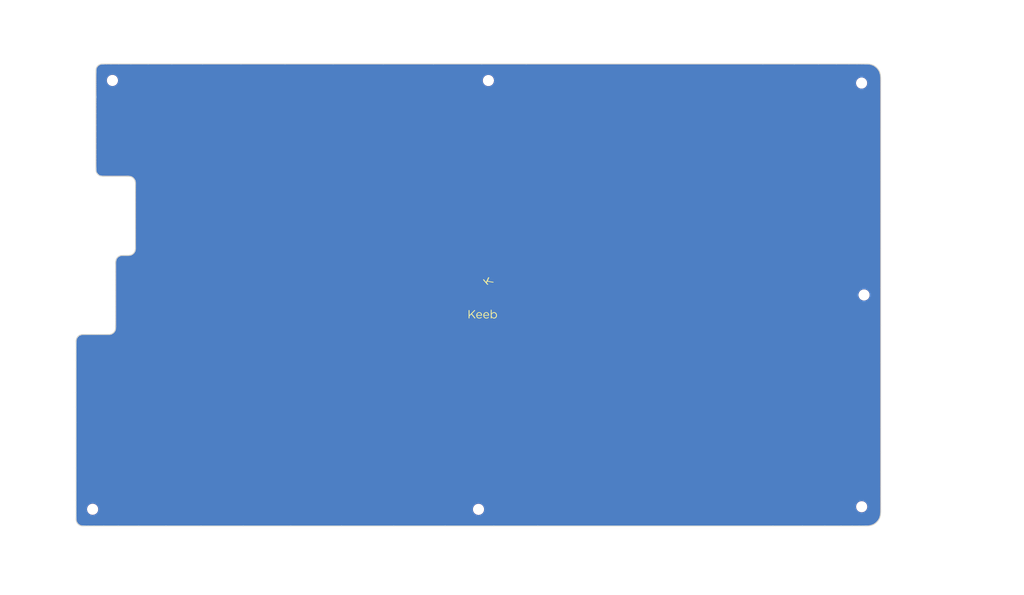
<source format=kicad_pcb>
(kicad_pcb (version 20221018) (generator pcbnew)
  (layers (0 "F.Cu" signal) (31 "B.Cu" signal) (34 "B.Paste" user) (35 "F.Paste" user) (36 "B.SilkS" user "B.Silkscreen") (37 "F.SilkS" user "F.Silkscreen") (38 "B.Mask" user) (39 "F.Mask" user) (44 "Edge.Cuts" user))
  (net 0 "")
  (footprint "Keebio-Art:Keebio-TwoTone" (layer "F.Cu") (at 123.143526 72.990229)
    (fp_text reference "G***" hide)
    (fp_text value "LOGO" hide)
  )
  (footprint "Mounting_Holes:MountingHole_2.2mm_M2" (layer "B.Cu") (at 123.143526 21.360229 180)
    (fp_text reference "REF**" hide)
    (fp_text value "MountingHole_2.2mm_M2" hide)
    (pad "" np_thru_hole circle (at 0 0 180) (size 2.2 2.2) (drill 2.2) (layers "*.Cu" "*.Mask"))
  )
  (footprint "Mounting_Holes:MountingHole_2.2mm_M2" (layer "B.Cu") (at 213.006026 21.970229 180)
    (fp_text reference "REF**" hide)
    (fp_text value "MountingHole_2.2mm_M2" hide)
    (pad "" np_thru_hole circle (at 0 0 180) (size 2.2 2.2) (drill 2.2) (layers "*.Cu" "*.Mask"))
  )
  (footprint "Mounting_Holes:MountingHole_2.2mm_M2" (layer "B.Cu") (at 32.621026 21.340229 180)
    (fp_text reference "REF**" hide)
    (fp_text value "MountingHole_2.2mm_M2" hide)
    (pad "" np_thru_hole circle (at 0 0 180) (size 2.2 2.2) (drill 2.2) (layers "*.Cu" "*.Mask"))
  )
  (footprint "Mounting_Holes:MountingHole_2.2mm_M2" (layer "B.Cu") (at 27.851026 124.590229 180)
    (fp_text reference "REF**" hide)
    (fp_text value "MountingHole_2.2mm_M2" hide)
    (pad "" np_thru_hole circle (at 0 0 180) (size 2.2 2.2) (drill 2.2) (layers "*.Cu" "*.Mask"))
  )
  (footprint "Mounting_Holes:MountingHole_2.2mm_M2" (layer "B.Cu") (at 120.763526 124.610229 180)
    (fp_text reference "REF**" hide)
    (fp_text value "MountingHole_2.2mm_M2" hide)
    (pad "" np_thru_hole circle (at 0 0 180) (size 2.2 2.2) (drill 2.2) (layers "*.Cu" "*.Mask"))
  )
  (footprint "Mounting_Holes:MountingHole_2.2mm_M2" (layer "B.Cu") (at 213.026026 123.980229 180)
    (fp_text reference "REF**" hide)
    (fp_text value "MountingHole_2.2mm_M2" hide)
    (pad "" np_thru_hole circle (at 0 0 180) (size 2.2 2.2) (drill 2.2) (layers "*.Cu" "*.Mask"))
  )
  (footprint "Mounting_Holes:MountingHole_2.2mm_M2" (layer "B.Cu") (at 213.596026 72.990229 180)
    (fp_text reference "REF**" hide)
    (fp_text value "MountingHole_2.2mm_M2" hide)
    (pad "" np_thru_hole circle (at 0 0 180) (size 2.2 2.2) (drill 2.2) (layers "*.Cu" "*.Mask"))
  )
  (gr_line (start 25.074022 128.551958) (end 24.952696 128.518413) (stroke (width 0.2)) (layer "Edge.Cuts"))
  (gr_line (start 25.679855 128.610214) (end 25.604666 128.609866) (stroke (width 0.2)) (layer "Edge.Cuts"))
  (gr_line (start 35.889105 63.460229) (end 35.951293 63.460229) (stroke (width 0.2)) (layer "Edge.Cuts"))
  (gr_line (start 36.350988 63.460229) (end 36.426402 63.459866) (stroke (width 0.2)) (layer "Edge.Cuts"))
  (gr_line (start 28.636246 42.780219) (end 28.633793 42.689841) (stroke (width 0.2)) (layer "Edge.Cuts"))
  (gr_line (start 212.400804 128.610215) (end 210.718628 128.610215) (stroke (width 0.2)) (layer "Edge.Cuts"))
  (gr_line (start 24.486304 82.852453) (end 24.596085 82.772928) (stroke (width 0.2)) (layer "Edge.Cuts"))
  (gr_line (start 217.590466 125.552372) (end 217.568602 125.771475) (stroke (width 0.2)) (layer "Edge.Cuts"))
  (gr_line (start 215.762628 17.665444) (end 215.998044 17.786507) (stroke (width 0.2)) (layer "Edge.Cuts"))
  (gr_line (start 28.633275 25.050441) (end 28.633275 24.855373) (stroke (width 0.2)) (layer "Edge.Cuts"))
  (gr_line (start 23.999791 83.489336) (end 24.054527 83.370057) (stroke (width 0.2)) (layer "Edge.Cuts"))
  (gr_line (start 29.90909 17.402728) (end 30.025987 17.383503) (stroke (width 0.2)) (layer "Edge.Cuts"))
  (gr_line (start 23.87127 120.387815) (end 23.87127 117.772986) (stroke (width 0.2)) (layer "Edge.Cuts"))
  (gr_line (start 37.541808 44.751134) (end 37.431938 44.671767) (stroke (width 0.2)) (layer "Edge.Cuts"))
  (gr_line (start 28.633275 25.187412) (end 28.633275 25.050441) (stroke (width 0.2)) (layer "Edge.Cuts"))
  (gr_line (start 28.633275 24.591935) (end 28.633275 24.249992) (stroke (width 0.2)) (layer "Edge.Cuts"))
  (gr_line (start 38.158512 48.63462) (end 38.158512 47.902153) (stroke (width 0.2)) (layer "Edge.Cuts"))
  (gr_line (start 38.158512 49.569382) (end 38.158512 48.63462) (stroke (width 0.2)) (layer "Edge.Cuts"))
  (gr_line (start 24.950796 82.602638) (end 25.072137 82.568935) (stroke (width 0.2)) (layer "Edge.Cuts"))
  (gr_line (start 31.173278 17.360222) (end 32.252843 17.360222) (stroke (width 0.2)) (layer "Edge.Cuts"))
  (gr_line (start 217.60826 80.408783) (end 217.60826 89.356732) (stroke (width 0.2)) (layer "Edge.Cuts"))
  (gr_line (start 23.87127 85.281055) (end 23.87127 84.802738) (stroke (width 0.2)) (layer "Edge.Cuts"))
  (gr_line (start 24.200408 127.978409) (end 24.122483 127.867759) (stroke (width 0.2)) (layer "Edge.Cuts"))
  (gr_line (start 23.87127 90.769019) (end 23.87127 88.7129) (stroke (width 0.2)) (layer "Edge.Cuts"))
  (gr_line (start 38.94939 128.610215) (end 34.037746 128.610215) (stroke (width 0.2)) (layer "Edge.Cuts"))
  (gr_line (start 35.38406 44.410229) (end 35.051386 44.410229) (stroke (width 0.2)) (layer "Edge.Cuts"))
  (gr_line (start 41.236614 17.360222) (end 46.924885 17.360222) (stroke (width 0.2)) (layer "Edge.Cuts"))
  (gr_line (start 30.461302 44.410229) (end 30.390484 44.410092) (stroke (width 0.2)) (layer "Edge.Cuts"))
  (gr_line (start 35.822573 63.460229) (end 35.889105 63.460229) (stroke (width 0.2)) (layer "Edge.Cuts"))
  (gr_line (start 33.396033 80.453833) (end 33.396033 80.347435) (stroke (width 0.2)) (layer "Edge.Cuts"))
  (gr_line (start 31.387433 82.510229) (end 31.452708 82.510229) (stroke (width 0.2)) (layer "Edge.Cuts"))
  (gr_line (start 38.158512 53.250665) (end 38.158512 51.9287) (stroke (width 0.2)) (layer "Edge.Cuts"))
  (gr_line (start 25.308224 128.592486) (end 25.193281 128.576138) (stroke (width 0.2)) (layer "Edge.Cuts"))
  (gr_line (start 35.069879 63.461712) (end 35.154462 63.460359) (stroke (width 0.2)) (layer "Edge.Cuts"))
  (gr_line (start 33.396033 70.579097) (end 33.396033 69.369674) (stroke (width 0.2)) (layer "Edge.Cuts"))
  (gr_line (start 33.396033 75.839483) (end 33.396033 74.564039) (stroke (width 0.2)) (layer "Edge.Cuts"))
  (gr_line (start 23.87127 84.802738) (end 23.87127 84.533967) (stroke (width 0.2)) (layer "Edge.Cuts"))
  (gr_line (start 33.396033 78.798691) (end 33.396033 78.001896) (stroke (width 0.2)) (layer "Edge.Cuts"))
  (gr_line (start 29.750802 44.329454) (end 29.629369 44.288406) (stroke (width 0.2)) (layer "Edge.Cuts"))
  (gr_line (start 37.647017 63.028915) (end 37.743139 62.931434) (stroke (width 0.2)) (layer "Edge.Cuts"))
  (gr_line (start 33.396033 80.347435) (end 33.396033 80.154486) (stroke (width 0.2)) (layer "Edge.Cuts"))
  (gr_line (start 24.288082 128.083001) (end 24.200408 127.978409) (stroke (width 0.2)) (layer "Edge.Cuts"))
  (gr_line (start 30.575684 44.410229) (end 30.519658 44.410229) (stroke (width 0.2)) (layer "Edge.Cuts"))
  (gr_line (start 36.290492 63.460229) (end 36.350988 63.460229) (stroke (width 0.2)) (layer "Edge.Cuts"))
  (gr_line (start 33.221753 44.410229) (end 32.733678 44.410229) (stroke (width 0.2)) (layer "Edge.Cuts"))
  (gr_line (start 217.60826 71.17637) (end 217.60826 80.408783) (stroke (width 0.2)) (layer "Edge.Cuts"))
  (gr_line (start 217.60826 23.733823) (end 217.60826 25.838207) (stroke (width 0.2)) (layer "Edge.Cuts"))
  (gr_line (start 35.324829 63.460229) (end 35.359979 63.460229) (stroke (width 0.2)) (layer "Edge.Cuts"))
  (gr_line (start 33.396033 80.154486) (end 33.396033 79.849222) (stroke (width 0.2)) (layer "Edge.Cuts"))
  (gr_line (start 28.19744 128.610215) (end 26.785282 128.610215) (stroke (width 0.2)) (layer "Edge.Cuts"))
  (gr_line (start 33.396033 80.541725) (end 33.396033 80.525437) (stroke (width 0.2)) (layer "Edge.Cuts"))
  (gr_line (start 28.633275 19.202745) (end 28.633324 19.135363) (stroke (width 0.2)) (layer "Edge.Cuts"))
  (gr_line (start 37.743139 62.931434) (end 37.83067 62.826739) (stroke (width 0.2)) (layer "Edge.Cuts"))
  (gr_line (start 33.396033 65.896197) (end 33.396033 65.649562) (stroke (width 0.2)) (layer "Edge.Cuts"))
  (gr_line (start 23.87127 117.772986) (end 23.87127 114.653819) (stroke (width 0.2)) (layer "Edge.Cuts"))
  (gr_line (start 33.396033 66.761192) (end 33.396033 66.257522) (stroke (width 0.2)) (layer "Edge.Cuts"))
  (gr_line (start 34.754534 63.488428) (end 34.867666 63.474214) (stroke (width 0.2)) (layer "Edge.Cuts"))
  (gr_line (start 35.565216 63.460229) (end 35.623019 63.460229) (stroke (width 0.2)) (layer "Edge.Cuts"))
  (gr_line (start 33.459347 64.642213) (end 33.494656 64.520758) (stroke (width 0.2)) (layer "Edge.Cuts"))
  (gr_line (start 217.60826 33.026879) (end 217.60826 38.472239) (stroke (width 0.2)) (layer "Edge.Cuts"))
  (gr_line (start 217.276864 19.150042) (end 217.378943 19.39024) (stroke (width 0.2)) (layer "Edge.Cuts"))
  (gr_line (start 38.158512 61.200913) (end 38.158512 60.919694) (stroke (width 0.2)) (layer "Edge.Cuts"))
  (gr_line (start 28.633275 40.925839) (end 28.633275 40.159556) (stroke (width 0.2)) (layer "Edge.Cuts"))
  (gr_line (start 28.633275 19.318573) (end 28.633275 19.259916) (stroke (width 0.2)) (layer "Edge.Cuts"))
  (gr_line (start 213.773831 128.610215) (end 213.337991 128.610215) (stroke (width 0.2)) (layer "Edge.Cuts"))
  (gr_line (start 27.372738 82.510229) (end 27.823337 82.510229) (stroke (width 0.2)) (layer "Edge.Cuts"))
  (gr_line (start 33.940742 63.861329) (end 34.046458 63.775247) (stroke (width 0.2)) (layer "Edge.Cuts"))
  (gr_line (start 24.952696 128.518413) (end 24.831551 128.47397) (stroke (width 0.2)) (layer "Edge.Cuts"))
  (gr_line (start 28.836167 43.586979) (end 28.777548 43.468715) (stroke (width 0.2)) (layer "Edge.Cuts"))
  (gr_line (start 37.077086 44.502032) (end 36.95576 44.468487) (stroke (width 0.2)) (layer "Edge.Cuts"))
  (gr_line (start 217.60826 119.066724) (end 217.60826 121.514122) (stroke (width 0.2)) (layer "Edge.Cuts"))
  (gr_line (start 29.871749 44.360059) (end 29.750802 44.329454) (stroke (width 0.2)) (layer "Edge.Cuts"))
  (gr_line (start 216.831386 18.478576) (end 217.000893 18.691798) (stroke (width 0.2)) (layer "Edge.Cuts"))
  (gr_line (start 24.121349 83.254456) (end 24.199112 83.14372) (stroke (width 0.2)) (layer "Edge.Cuts"))
  (gr_line (start 29.107792 17.827172) (end 29.208687 17.734798) (stroke (width 0.2)) (layer "Edge.Cuts"))
  (gr_line (start 28.633275 37.960963) (end 28.633275 36.58871) (stroke (width 0.2)) (layer "Edge.Cuts"))
  (gr_line (start 30.726148 44.410229) (end 30.640731 44.410229) (stroke (width 0.2)) (layer "Edge.Cuts"))
  (gr_line (start 28.633275 26.102548) (end 28.633275 25.758929) (stroke (width 0.2)) (layer "Edge.Cuts"))
  (gr_line (start 31.452708 82.510229) (end 31.508787 82.510229) (stroke (width 0.2)) (layer "Edge.Cuts"))
  (gr_line (start 112.720084 128.610215) (end 100.343212 128.610215) (stroke (width 0.2)) (layer "Edge.Cuts"))
  (gr_line (start 23.87127 126.589408) (end 23.87127 126.323324) (stroke (width 0.2)) (layer "Edge.Cuts"))
  (gr_line (start 30.534345 128.610215) (end 28.19744 128.610215) (stroke (width 0.2)) (layer "Edge.Cuts"))
  (gr_line (start 37.974301 45.268219) (end 37.907299 45.152685) (stroke (width 0.2)) (layer "Edge.Cuts"))
  (gr_line (start 36.721558 44.427958) (end 36.61318 44.41791) (stroke (width 0.2)) (layer "Edge.Cuts"))
  (gr_line (start 29.208687 17.734798) (end 29.316265 17.651547) (stroke (width 0.2)) (layer "Edge.Cuts"))
  (gr_line (start 27.823337 82.510229) (end 28.305413 82.510229) (stroke (width 0.2)) (layer "Edge.Cuts"))
  (gr_line (start 24.286643 83.039025) (end 24.382765 82.941544) (stroke (width 0.2)) (layer "Edge.Cuts"))
  (gr_line (start 28.633275 42.548017) (end 28.633275 42.476489) (stroke (width 0.2)) (layer "Edge.Cuts"))
  (gr_line (start 217.60826 121.514122) (end 217.60826 123.13841) (stroke (width 0.2)) (layer "Edge.Cuts"))
  (gr_line (start 28.644979 18.855713) (end 28.657789 18.743977) (stroke (width 0.2)) (layer "Edge.Cuts"))
  (gr_line (start 23.957152 83.610658) (end 23.999791 83.489336) (stroke (width 0.2)) (layer "Edge.Cuts"))
  (gr_line (start 36.288698 44.410229) (end 36.233165 44.410229) (stroke (width 0.2)) (layer "Edge.Cuts"))
  (gr_line (start 33.395496 80.791159) (end 33.396028 80.713523) (stroke (width 0.2)) (layer "Edge.Cuts"))
  (gr_line (start 36.957645 63.401524) (end 37.078986 63.36782) (stroke (width 0.2)) (layer "Edge.Cuts"))
  (gr_line (start 28.633275 39.16949) (end 28.633275 37.960963) (stroke (width 0.2)) (layer "Edge.Cuts"))
  (gr_line (start 29.429351 17.578596) (end 29.54677 17.517119) (stroke (width 0.2)) (layer "Edge.Cuts"))
  (gr_line (start 209.936823 17.360222) (end 211.908055 17.360222) (stroke (width 0.2)) (layer "Edge.Cuts"))
  (gr_line (start 23.87127 123.978884) (end 23.87127 122.435468) (stroke (width 0.2)) (layer "Edge.Cuts"))
  (gr_line (start 38.151827 45.970147) (end 38.142541 45.862872) (stroke (width 0.2)) (layer "Edge.Cuts"))
  (gr_line (start 25.416602 128.602535) (end 25.308224 128.592486) (stroke (width 0.2)) (layer "Edge.Cuts"))
  (gr_line (start 29.393491 44.170236) (end 29.282 44.09394) (stroke (width 0.2)) (layer "Edge.Cuts"))
  (gr_line (start 38.158512 46.945491) (end 38.158512 46.665986) (stroke (width 0.2)) (layer "Edge.Cuts"))
  (gr_line (start 26.18608 82.510229) (end 26.382463 82.510229) (stroke (width 0.2)) (layer "Edge.Cuts"))
  (gr_line (start 28.633275 25.328146) (end 28.633275 25.276556) (stroke (width 0.2)) (layer "Edge.Cuts"))
  (gr_line (start 28.633275 20.785891) (end 28.633275 20.38282) (stroke (width 0.2)) (layer "Edge.Cuts"))
  (gr_line (start 217.60826 89.356732) (end 217.60826 97.666711) (stroke (width 0.2)) (layer "Edge.Cuts"))
  (gr_line (start 36.174274 63.460229) (end 36.20533 63.460229) (stroke (width 0.2)) (layer "Edge.Cuts"))
  (gr_line (start 109.908927 17.360222) (end 121.53863 17.360222) (stroke (width 0.2)) (layer "Edge.Cuts"))
  (gr_line (start 35.416768 63.460229) (end 35.4448 63.460229) (stroke (width 0.2)) (layer "Edge.Cuts"))
  (gr_line (start 28.633275 21.763597) (end 28.633275 21.252998) (stroke (width 0.2)) (layer "Edge.Cuts"))
  (gr_line (start 33.04049 81.911815) (end 33.121587 81.802932) (stroke (width 0.2)) (layer "Edge.Cuts"))
  (gr_line (start 216.087829 128.130228) (end 215.855447 128.260606) (stroke (width 0.2)) (layer "Edge.Cuts"))
  (gr_line (start 217.60826 38.472239) (end 217.60826 45.30743) (stroke (width 0.2)) (layer "Edge.Cuts"))
  (gr_line (start 24.597844 128.348677) (end 24.487974 128.26931) (stroke (width 0.2)) (layer "Edge.Cuts"))
  (gr_line (start 30.414217 17.360254) (end 30.485105 17.360222) (stroke (width 0.2)) (layer "Edge.Cuts"))
  (gr_line (start 23.873174 84.169739) (end 23.87785 84.071756) (stroke (width 0.2)) (layer "Edge.Cuts"))
  (gr_line (start 204.144755 128.610215) (end 198.765779 128.610215) (stroke (width 0.2)) (layer "Edge.Cuts"))
  (gr_line (start 32.276607 82.430009) (end 32.39805 82.389136) (stroke (width 0.2)) (layer "Edge.Cuts"))
  (gr_line (start 32.733678 44.410229) (end 32.271171 44.410229) (stroke (width 0.2)) (layer "Edge.Cuts"))
  (gr_line (start 28.633275 19.259916) (end 28.633275 19.202745) (stroke (width 0.2)) (layer "Edge.Cuts"))
  (gr_line (start 37.908433 62.716003) (end 37.975255 62.600402) (stroke (width 0.2)) (layer "Edge.Cuts"))
  (gr_line (start 33.396033 80.602518) (end 33.396033 80.566788) (stroke (width 0.2)) (layer "Edge.Cuts"))
  (gr_line (start 214.194133 17.361691) (end 214.378531 17.367481) (stroke (width 0.2)) (layer "Edge.Cuts"))
  (gr_line (start 29.014754 17.927496) (end 29.107792 17.827172) (stroke (width 0.2)) (layer "Edge.Cuts"))
  (gr_line (start 35.643743 44.410229) (end 35.38406 44.410229) (stroke (width 0.2)) (layer "Edge.Cuts"))
  (gr_line (start 215.521375 17.569118) (end 215.762628 17.665444) (stroke (width 0.2)) (layer "Edge.Cuts"))
  (gr_line (start 28.696117 43.226355) (end 28.670575 43.106625) (stroke (width 0.2)) (layer "Edge.Cuts"))
  (gr_line (start 36.425116 44.410578) (end 36.349927 44.41023) (stroke (width 0.2)) (layer "Edge.Cuts"))
  (gr_line (start 217.000893 18.691798) (end 217.150169 18.916404) (stroke (width 0.2)) (layer "Edge.Cuts"))
  (gr_line (start 38.158512 60.51471) (end 38.158512 59.958307) (stroke (width 0.2)) (layer "Edge.Cuts"))
  (gr_line (start 24.831551 128.47397) (end 24.712762 128.417286) (stroke (width 0.2)) (layer "Edge.Cuts"))
  (gr_line (start 38.104186 45.629929) (end 38.07205 45.508757) (stroke (width 0.2)) (layer "Edge.Cuts"))
  (gr_line (start 35.4448 63.460229) (end 35.476851 63.460229) (stroke (width 0.2)) (layer "Edge.Cuts"))
  (gr_line (start 36.052303 63.460229) (end 36.08885 63.460229) (stroke (width 0.2)) (layer "Edge.Cuts"))
  (gr_line (start 217.60826 123.13841) (end 217.60826 124.120125) (stroke (width 0.2)) (layer "Edge.Cuts"))
  (gr_line (start 37.975255 62.600402) (end 38.029991 62.481122) (stroke (width 0.2)) (layer "Edge.Cuts"))
  (gr_line (start 23.87127 122.435468) (end 23.87127 120.387815) (stroke (width 0.2)) (layer "Edge.Cuts"))
  (gr_line (start 33.3584 81.208471) (end 33.375985 81.092626) (stroke (width 0.2)) (layer "Edge.Cuts"))
  (gr_line (start 31.301614 82.510229) (end 31.387433 82.510229) (stroke (width 0.2)) (layer "Edge.Cuts"))
  (gr_line (start 33.396033 68.305576) (end 33.396033 67.434863) (stroke (width 0.2)) (layer "Edge.Cuts"))
  (gr_line (start 24.00055 127.632993) (end 23.957732 127.511687) (stroke (width 0.2)) (layer "Edge.Cuts"))
  (gr_line (start 23.87127 87.162174) (end 23.87127 86.04288) (stroke (width 0.2)) (layer "Edge.Cuts"))
  (gr_line (start 24.199112 83.14372) (end 24.286643 83.039025) (stroke (width 0.2)) (layer "Edge.Cuts"))
  (gr_line (start 38.104611 62.23865) (end 38.127466 62.119917) (stroke (width 0.2)) (layer "Edge.Cuts"))
  (gr_line (start 33.494656 64.520758) (end 33.541127 64.399871) (stroke (width 0.2)) (layer "Edge.Cuts"))
  (gr_line (start 38.142729 62.005851) (end 38.151932 61.898703) (stroke (width 0.2)) (layer "Edge.Cuts"))
  (gr_line (start 28.634279 19.053654) (end 28.637653 18.959688) (stroke (width 0.2)) (layer "Edge.Cuts"))
  (gr_line (start 24.712762 128.417286) (end 24.597844 128.348677) (stroke (width 0.2)) (layer "Edge.Cuts"))
  (gr_line (start 28.633275 20.38282) (end 28.633275 20.059837) (stroke (width 0.2)) (layer "Edge.Cuts"))
  (gr_line (start 36.61318 44.41791) (end 36.513616 44.412627) (stroke (width 0.2)) (layer "Edge.Cuts"))
  (gr_line (start 30.525915 82.510229) (end 30.8074 82.510229) (stroke (width 0.2)) (layer "Edge.Cuts"))
  (gr_line (start 75.563233 128.610215) (end 64.119557 128.610215) (stroke (width 0.2)) (layer "Edge.Cuts"))
  (gr_line (start 206.919113 17.360222) (end 209.936823 17.360222) (stroke (width 0.2)) (layer "Edge.Cuts"))
  (gr_line (start 217.60826 25.838207) (end 217.60826 28.875714) (stroke (width 0.2)) (layer "Edge.Cuts"))
  (gr_line (start 35.280914 63.460229) (end 35.324829 63.460229) (stroke (width 0.2)) (layer "Edge.Cuts"))
  (gr_line (start 38.158512 57.167447) (end 38.158512 55.921567) (stroke (width 0.2)) (layer "Edge.Cuts"))
  (gr_line (start 33.751577 64.058644) (end 33.842056 63.956186) (stroke (width 0.2)) (layer "Edge.Cuts"))
  (gr_line (start 28.930748 18.034594) (end 29.014754 17.927496) (stroke (width 0.2)) (layer "Edge.Cuts"))
  (gr_line (start 36.08885 63.460229) (end 36.11923 63.460229) (stroke (width 0.2)) (layer "Edge.Cuts"))
  (gr_line (start 28.633275 23.350926) (end 28.633275 22.833104) (stroke (width 0.2)) (layer "Edge.Cuts"))
  (gr_line (start 34.037746 128.610215) (end 30.534345 128.610215) (stroke (width 0.2)) (layer "Edge.Cuts"))
  (gr_line (start 54.349001 17.360222) (end 63.571136 17.360222) (stroke (width 0.2)) (layer "Edge.Cuts"))
  (gr_line (start 33.396033 65.389743) (end 33.396033 65.321249) (stroke (width 0.2)) (layer "Edge.Cuts"))
  (gr_line (start 33.192129 81.688798) (end 33.25094 81.570588) (stroke (width 0.2)) (layer "Edge.Cuts"))
  (gr_line (start 32.271171 44.410229) (end 31.853149 44.410229) (stroke (width 0.2)) (layer "Edge.Cuts"))
  (gr_line (start 23.887241 127.157572) (end 23.877955 127.050298) (stroke (width 0.2)) (layer "Edge.Cuts"))
  (gr_line (start 28.633275 25.372033) (end 28.633275 25.360427) (stroke (width 0.2)) (layer "Edge.Cuts"))
  (gr_line (start 217.60826 22.382027) (end 217.60826 23.733823) (stroke (width 0.2)) (layer "Edge.Cuts"))
  (gr_line (start 28.63328 42.612424) (end 28.633275 42.548017) (stroke (width 0.2)) (layer "Edge.Cuts"))
  (gr_line (start 25.191445 82.54462) (end 25.306473 82.528161) (stroke (width 0.2)) (layer "Edge.Cuts"))
  (gr_line (start 33.433666 64.761988) (end 33.459347 64.642213) (stroke (width 0.2)) (layer "Edge.Cuts"))
  (gr_line (start 25.414971 82.518026) (end 25.514689 82.512681) (stroke (width 0.2)) (layer "Edge.Cuts"))
  (gr_line (start 23.87127 126.792252) (end 23.87127 126.721063) (stroke (width 0.2)) (layer "Edge.Cuts"))
  (gr_line (start 28.633793 42.689841) (end 28.63328 42.612424) (stroke (width 0.2)) (layer "Edge.Cuts"))
  (gr_line (start 30.640731 44.410229) (end 30.575684 44.410229) (stroke (width 0.2)) (layer "Edge.Cuts"))
  (gr_line (start 28.633275 25.360427) (end 28.633275 25.359746) (stroke (width 0.2)) (layer "Edge.Cuts"))
  (gr_line (start 33.396028 80.713523) (end 33.396033 80.650804) (stroke (width 0.2)) (layer "Edge.Cuts"))
  (gr_line (start 36.836501 44.444306) (end 36.721558 44.427958) (stroke (width 0.2)) (layer "Edge.Cuts"))
  (gr_line (start 37.829374 45.042035) (end 37.7417 44.937443) (stroke (width 0.2)) (layer "Edge.Cuts"))
  (gr_line (start 25.740201 82.510229) (end 25.795735 82.510229) (stroke (width 0.2)) (layer "Edge.Cuts"))
  (gr_line (start 23.87127 126.721063) (end 23.87127 126.589408) (stroke (width 0.2)) (layer "Edge.Cuts"))
  (gr_line (start 74.201608 17.360222) (end 85.777005 17.360222) (stroke (width 0.2)) (layer "Edge.Cuts"))
  (gr_line (start 217.60826 124.639802) (end 217.60826 124.877975) (stroke (width 0.2)) (layer "Edge.Cuts"))
  (gr_line (start 28.794534 18.264415) (end 28.85695 18.147292) (stroke (width 0.2)) (layer "Edge.Cuts"))
  (gr_line (start 87.797689 128.610215) (end 75.563233 128.610215) (stroke (width 0.2)) (layer "Edge.Cuts"))
  (gr_line (start 36.614812 63.452433) (end 36.723309 63.442297) (stroke (width 0.2)) (layer "Edge.Cuts"))
  (gr_line (start 35.051386 44.410229) (end 34.650212 44.410229) (stroke (width 0.2)) (layer "Edge.Cuts"))
  (gr_line (start 24.122483 127.867759) (end 24.055481 127.752225) (stroke (width 0.2)) (layer "Edge.Cuts"))
  (gr_line (start 28.633275 24.249992) (end 28.633275 23.83007) (stroke (width 0.2)) (layer "Edge.Cuts"))
  (gr_line (start 30.025987 17.383503) (end 30.137197 17.371176) (stroke (width 0.2)) (layer "Edge.Cuts"))
  (gr_line (start 24.829672 82.647264) (end 24.950796 82.602638) (stroke (width 0.2)) (layer "Edge.Cuts"))
  (gr_line (start 29.629369 44.288406) (end 29.509682 44.235425) (stroke (width 0.2)) (layer "Edge.Cuts"))
  (gr_line (start 23.925171 83.731809) (end 23.957152 83.610658) (stroke (width 0.2)) (layer "Edge.Cuts"))
  (gr_line (start 33.399066 65.088737) (end 33.405059 64.987498) (stroke (width 0.2)) (layer "Edge.Cuts"))
  (gr_line (start 28.633275 41.498633) (end 28.633275 40.925839) (stroke (width 0.2)) (layer "Edge.Cuts"))
  (gr_line (start 215.278352 17.495546) (end 215.521375 17.569118) (stroke (width 0.2)) (layer "Edge.Cuts"))
  (gr_line (start 217.60826 21.602283) (end 217.60826 22.382027) (stroke (width 0.2)) (layer "Edge.Cuts"))
  (gr_line (start 28.777548 43.468715) (end 28.731264 43.347802) (stroke (width 0.2)) (layer "Edge.Cuts"))
  (gr_line (start 33.387008 80.98296) (end 33.393 80.881722) (stroke (width 0.2)) (layer "Edge.Cuts"))
  (gr_line (start 213.068296 17.360222) (end 213.653035 17.360222) (stroke (width 0.2)) (layer "Edge.Cuts"))
  (gr_line (start 214.583651 17.380695) (end 214.804993 17.404401) (stroke (width 0.2)) (layer "Edge.Cuts"))
  (gr_line (start 38.158512 61.502678) (end 38.158512 61.386023) (stroke (width 0.2)) (layer "Edge.Cuts"))
  (gr_line (start 23.87127 100.003759) (end 23.87127 96.518606) (stroke (width 0.2)) (layer "Edge.Cuts"))
  (gr_line (start 196.80231 17.360222) (end 202.619438 17.360222) (stroke (width 0.2)) (layer "Edge.Cuts"))
  (gr_line (start 33.396033 79.405878) (end 33.396033 78.798691) (stroke (width 0.2)) (layer "Edge.Cuts"))
  (gr_line (start 38.158512 46.665986) (end 38.158512 46.482159) (stroke (width 0.2)) (layer "Edge.Cuts"))
  (gr_line (start 34.636382 63.509996) (end 34.754534 63.488428) (stroke (width 0.2)) (layer "Edge.Cuts"))
  (gr_line (start 217.60826 53.272186) (end 217.60826 62.013002) (stroke (width 0.2)) (layer "Edge.Cuts"))
  (gr_line (start 31.218113 44.410229) (end 31.003489 44.410229) (stroke (width 0.2)) (layer "Edge.Cuts"))
  (gr_line (start 202.619438 17.360222) (end 206.919113 17.360222) (stroke (width 0.2)) (layer "Edge.Cuts"))
  (gr_line (start 24.384329 128.18036) (end 24.288082 128.083001) (stroke (width 0.2)) (layer "Edge.Cuts"))
  (gr_line (start 23.87127 84.329215) (end 23.871491 84.256308) (stroke (width 0.2)) (layer "Edge.Cuts"))
  (gr_line (start 28.633275 27.286891) (end 28.633275 26.602139) (stroke (width 0.2)) (layer "Edge.Cuts"))
  (gr_line (start 25.768212 128.610215) (end 25.679855 128.610214) (stroke (width 0.2)) (layer "Edge.Cuts"))
  (gr_line (start 25.514689 82.512681) (end 25.60338 82.510593) (stroke (width 0.2)) (layer "Edge.Cuts"))
  (gr_line (start 28.657789 18.743977) (end 28.677618 18.626731) (stroke (width 0.2)) (layer "Edge.Cuts"))
  (gr_line (start 33.396033 69.369674) (end 33.396033 68.305576) (stroke (width 0.2)) (layer "Edge.Cuts"))
  (gr_line (start 33.396033 79.849222) (end 33.396033 79.405878) (stroke (width 0.2)) (layer "Edge.Cuts"))
  (gr_line (start 38.156562 46.06829) (end 38.151827 45.970147) (stroke (width 0.2)) (layer "Edge.Cuts"))
  (gr_line (start 30.240471 17.364214) (end 30.333561 17.361085) (stroke (width 0.2)) (layer "Edge.Cuts"))
  (gr_line (start 30.485105 17.360222) (end 30.661897 17.360222) (stroke (width 0.2)) (layer "Edge.Cuts"))
  (gr_line (start 31.003489 44.410229) (end 30.843284 44.410229) (stroke (width 0.2)) (layer "Edge.Cuts"))
  (gr_line (start 38.158512 47.348328) (end 38.158512 46.945491) (stroke (width 0.2)) (layer "Edge.Cuts"))
  (gr_line (start 33.416081 64.877832) (end 33.433666 64.761988) (stroke (width 0.2)) (layer "Edge.Cuts"))
  (gr_line (start 214.26341 128.607172) (end 214.093843 128.609941) (stroke (width 0.2)) (layer "Edge.Cuts"))
  (gr_line (start 217.202476 126.963714) (end 217.061741 127.192127) (stroke (width 0.2)) (layer "Edge.Cuts"))
  (gr_line (start 35.38956 63.460229) (end 35.416768 63.460229) (stroke (width 0.2)) (layer "Edge.Cuts"))
  (gr_line (start 29.316265 17.651547) (end 29.429351 17.578596) (stroke (width 0.2)) (layer "Edge.Cuts"))
  (gr_line (start 217.60826 62.013002) (end 217.60826 71.17637) (stroke (width 0.2)) (layer "Edge.Cuts"))
  (gr_line (start 33.396033 77.002611) (end 33.396033 75.839483) (stroke (width 0.2)) (layer "Edge.Cuts"))
  (gr_line (start 36.233165 44.410229) (end 36.17198 44.410229) (stroke (width 0.2)) (layer "Edge.Cuts"))
  (gr_line (start 35.359979 63.460229) (end 35.38956 63.460229) (stroke (width 0.2)) (layer "Edge.Cuts"))
  (gr_line (start 30.3057 44.408708) (end 30.209186 44.404546) (stroke (width 0.2)) (layer "Edge.Cuts"))
  (gr_line (start 28.633275 19.811313) (end 28.633275 19.625086) (stroke (width 0.2)) (layer "Edge.Cuts"))
  (gr_line (start 217.60826 28.875714) (end 217.60826 33.026879) (stroke (width 0.2)) (layer "Edge.Cuts"))
  (gr_line (start 35.476851 63.460229) (end 35.516118 63.460229) (stroke (width 0.2)) (layer "Edge.Cuts"))
  (gr_line (start 23.871503 126.865389) (end 23.87127 126.792252) (stroke (width 0.2)) (layer "Edge.Cuts"))
  (gr_line (start 28.633275 36.58871) (end 28.633275 35.111106) (stroke (width 0.2)) (layer "Edge.Cuts"))
  (gr_line (start 26.056122 128.610215) (end 25.768212 128.610215) (stroke (width 0.2)) (layer "Edge.Cuts"))
  (gr_line (start 23.87127 84.40078) (end 23.87127 84.329215) (stroke (width 0.2)) (layer "Edge.Cuts"))
  (gr_line (start 38.158512 61.386023) (end 38.158512 61.200913) (stroke (width 0.2)) (layer "Edge.Cuts"))
  (gr_line (start 33.396033 80.525437) (end 33.396033 80.516032) (stroke (width 0.2)) (layer "Edge.Cuts"))
  (gr_line (start 29.282 44.09394) (end 29.176384 44.007712) (stroke (width 0.2)) (layer "Edge.Cuts"))
  (gr_line (start 30.10319 44.396072) (end 29.989962 44.381754) (stroke (width 0.2)) (layer "Edge.Cuts"))
  (gr_line (start 216.719175 127.61521) (end 216.522042 127.80518) (stroke (width 0.2)) (layer "Edge.Cuts"))
  (gr_line (start 23.87127 96.518606) (end 23.87127 93.392682) (stroke (width 0.2)) (layer "Edge.Cuts"))
  (gr_line (start 216.224977 17.930701) (end 216.441078 18.095678) (stroke (width 0.2)) (layer "Edge.Cuts"))
  (gr_line (start 213.951963 128.610215) (end 213.773831 128.610215) (stroke (width 0.2)) (layer "Edge.Cuts"))
  (gr_line (start 36.17198 44.410229) (end 36.093796 44.410229) (stroke (width 0.2)) (layer "Edge.Cuts"))
  (gr_line (start 213.337991 128.610215) (end 212.400804 128.610215) (stroke (width 0.2)) (layer "Edge.Cuts"))
  (gr_line (start 217.607225 125.169438) (end 217.602318 125.350193) (stroke (width 0.2)) (layer "Edge.Cuts"))
  (gr_line (start 36.006526 63.460229) (end 36.052303 63.460229) (stroke (width 0.2)) (layer "Edge.Cuts"))
  (gr_line (start 37.645453 44.840084) (end 37.541808 44.751134) (stroke (width 0.2)) (layer "Edge.Cuts"))
  (gr_line (start 35.686919 63.460229) (end 35.754308 63.460229) (stroke (width 0.2)) (layer "Edge.Cuts"))
  (gr_line (start 38.151932 61.898703) (end 38.156608 61.800719) (stroke (width 0.2)) (layer "Edge.Cuts"))
  (gr_line (start 28.633275 25.42286) (end 28.633275 25.372033) (stroke (width 0.2)) (layer "Edge.Cuts"))
  (gr_line (start 25.306473 82.528161) (end 25.414971 82.518026) (stroke (width 0.2)) (layer "Edge.Cuts"))
  (gr_line (start 26.641061 82.510229) (end 26.972532 82.510229) (stroke (width 0.2)) (layer "Edge.Cuts"))
  (gr_line (start 34.274287 63.63411) (end 34.394017 63.581323) (stroke (width 0.2)) (layer "Edge.Cuts"))
  (gr_line (start 217.60826 97.666711) (end 217.60826 104.985212) (stroke (width 0.2)) (layer "Edge.Cuts"))
  (gr_line (start 34.158032 63.699116) (end 34.274287 63.63411) (stroke (width 0.2)) (layer "Edge.Cuts"))
  (gr_line (start 30.8074 82.510229) (end 31.022946 82.510229) (stroke (width 0.2)) (layer "Edge.Cuts"))
  (gr_line (start 28.653104 42.99086) (end 28.642172 42.881308) (stroke (width 0.2)) (layer "Edge.Cuts"))
  (gr_line (start 217.53366 126.003006) (end 217.482576 126.242467) (stroke (width 0.2)) (layer "Edge.Cuts"))
  (gr_line (start 23.871491 84.256308) (end 23.873174 84.169739) (stroke (width 0.2)) (layer "Edge.Cuts"))
  (gr_line (start 28.642172 42.881308) (end 28.636246 42.780219) (stroke (width 0.2)) (layer "Edge.Cuts"))
  (gr_line (start 35.225037 63.460229) (end 35.280914 63.460229) (stroke (width 0.2)) (layer "Edge.Cuts"))
  (gr_line (start 208.047825 128.610215) (end 204.144755 128.610215) (stroke (width 0.2)) (layer "Edge.Cuts"))
  (gr_line (start 31.508787 82.510229) (end 31.567019 82.510229) (stroke (width 0.2)) (layer "Edge.Cuts"))
  (gr_line (start 38.158512 46.482159) (end 38.158512 46.366354) (stroke (width 0.2)) (layer "Edge.Cuts"))
  (gr_line (start 100.343212 128.610215) (end 87.797689 128.610215) (stroke (width 0.2)) (layer "Edge.Cuts"))
  (gr_line (start 210.718628 128.610215) (end 208.047825 128.610215) (stroke (width 0.2)) (layer "Edge.Cuts"))
  (gr_line (start 121.53863 17.360222) (end 132.259612 17.360222) (stroke (width 0.2)) (layer "Edge.Cuts"))
  (gr_line (start 25.795735 82.510229) (end 25.856741 82.510229) (stroke (width 0.2)) (layer "Edge.Cuts"))
  (gr_line (start 28.670575 43.106625) (end 28.653104 42.99086) (stroke (width 0.2)) (layer "Edge.Cuts"))
  (gr_line (start 217.605939 20.733228) (end 217.608116 20.898723) (stroke (width 0.2)) (layer "Edge.Cuts"))
  (gr_line (start 37.050914 17.360222) (end 41.236614 17.360222) (stroke (width 0.2)) (layer "Edge.Cuts"))
  (gr_line (start 24.382765 82.941544) (end 24.486304 82.852453) (stroke (width 0.2)) (layer "Edge.Cuts"))
  (gr_line (start 38.158291 61.71415) (end 38.158512 61.641244) (stroke (width 0.2)) (layer "Edge.Cuts"))
  (gr_line (start 36.11923 63.460229) (end 36.146639 63.460229) (stroke (width 0.2)) (layer "Edge.Cuts"))
  (gr_line (start 23.87127 125.84885) (end 23.87127 125.092024) (stroke (width 0.2)) (layer "Edge.Cuts"))
  (gr_line (start 32.745608 82.195211) (end 32.851325 82.10913) (stroke (width 0.2)) (layer "Edge.Cuts"))
  (gr_line (start 24.596085 82.772928) (end 24.710934 82.704141) (stroke (width 0.2)) (layer "Edge.Cuts"))
  (gr_line (start 28.633275 42.188067) (end 28.633275 41.909016) (stroke (width 0.2)) (layer "Edge.Cuts"))
  (gr_line (start 30.209186 44.404546) (end 30.10319 44.396072) (stroke (width 0.2)) (layer "Edge.Cuts"))
  (gr_line (start 37.31702 44.603158) (end 37.198231 44.546475) (stroke (width 0.2)) (layer "Edge.Cuts"))
  (gr_line (start 31.722187 82.508747) (end 31.818535 82.50464) (stroke (width 0.2)) (layer "Edge.Cuts"))
  (gr_line (start 198.765779 128.610215) (end 191.667256 128.610215) (stroke (width 0.2)) (layer "Edge.Cuts"))
  (gr_line (start 33.396033 80.510312) (end 33.396033 80.51003) (stroke (width 0.2)) (layer "Edge.Cuts"))
  (gr_line (start 36.723309 63.442297) (end 36.838337 63.425839) (stroke (width 0.2)) (layer "Edge.Cuts"))
  (gr_line (start 33.375985 81.092626) (end 33.387008 80.98296) (stroke (width 0.2)) (layer "Edge.Cuts"))
  (gr_line (start 28.633275 25.359746) (end 28.633275 25.352452) (stroke (width 0.2)) (layer "Edge.Cuts"))
  (gr_line (start 33.396033 65.321249) (end 33.396039 65.256936) (stroke (width 0.2)) (layer "Edge.Cuts"))
  (gr_line (start 97.833915 17.360222) (end 109.908927 17.360222) (stroke (width 0.2)) (layer "Edge.Cuts"))
  (gr_line (start 28.633275 42.476489) (end 28.633275 42.366865) (stroke (width 0.2)) (layer "Edge.Cuts"))
  (gr_line (start 31.9244 82.496245) (end 32.037533 82.48203) (stroke (width 0.2)) (layer "Edge.Cuts"))
  (gr_line (start 217.60826 124.120125) (end 217.60826 124.639802) (stroke (width 0.2)) (layer "Edge.Cuts"))
  (gr_line (start 28.633275 20.059837) (end 28.633275 19.811313) (stroke (width 0.2)) (layer "Edge.Cuts"))
  (gr_line (start 38.158512 47.902153) (end 38.158512 47.348328) (stroke (width 0.2)) (layer "Edge.Cuts"))
  (gr_line (start 38.142541 45.862872) (end 38.127172 45.748717) (stroke (width 0.2)) (layer "Edge.Cuts"))
  (gr_line (start 25.516166 128.607817) (end 25.416602 128.602535) (stroke (width 0.2)) (layer "Edge.Cuts"))
  (gr_line (start 34.046458 63.775247) (end 34.158032 63.699116) (stroke (width 0.2)) (layer "Edge.Cuts"))
  (gr_line (start 29.509682 44.235425) (end 29.393491 44.170236) (stroke (width 0.2)) (layer "Edge.Cuts"))
  (gr_line (start 25.934568 82.510229) (end 26.040565 82.510229) (stroke (width 0.2)) (layer "Edge.Cuts"))
  (gr_line (start 214.034952 17.360261) (end 214.194133 17.361691) (stroke (width 0.2)) (layer "Edge.Cuts"))
  (gr_line (start 30.137197 17.371176) (end 30.240471 17.364214) (stroke (width 0.2)) (layer "Edge.Cuts"))
  (gr_line (start 37.431938 44.671767) (end 37.31702 44.603158) (stroke (width 0.2)) (layer "Edge.Cuts"))
  (gr_line (start 28.633275 21.252998) (end 28.633275 20.785891) (stroke (width 0.2)) (layer "Edge.Cuts"))
  (gr_line (start 28.677618 18.626731) (end 28.705997 18.506223) (stroke (width 0.2)) (layer "Edge.Cuts"))
  (gr_line (start 38.158512 46.366354) (end 38.158512 46.290917) (stroke (width 0.2)) (layer "Edge.Cuts"))
  (gr_line (start 214.804993 17.404401) (end 215.038059 17.441662) (stroke (width 0.2)) (layer "Edge.Cuts"))
  (gr_line (start 217.061741 127.192127) (end 216.899858 127.410076) (stroke (width 0.2)) (layer "Edge.Cuts"))
  (gr_line (start 23.87785 84.071756) (end 23.887053 83.964607) (stroke (width 0.2)) (layer "Edge.Cuts"))
  (gr_line (start 36.243004 63.460229) (end 36.290492 63.460229) (stroke (width 0.2)) (layer "Edge.Cuts"))
  (gr_line (start 33.541127 64.399871) (end 33.599938 64.281661) (stroke (width 0.2)) (layer "Edge.Cuts"))
  (gr_line (start 28.906535 43.701186) (end 28.836167 43.586979) (stroke (width 0.2)) (layer "Edge.Cuts"))
  (gr_line (start 29.667233 17.468004) (end 29.788756 17.430384) (stroke (width 0.2)) (layer "Edge.Cuts"))
  (gr_line (start 32.39805 82.389136) (end 32.51778 82.336349) (stroke (width 0.2)) (layer "Edge.Cuts"))
  (gr_line (start 217.457573 19.633251) (end 217.515796 19.874587) (stroke (width 0.2)) (layer "Edge.Cuts"))
  (gr_line (start 28.633275 25.276556) (end 28.633275 25.187412) (stroke (width 0.2)) (layer "Edge.Cuts"))
  (gr_line (start 217.598684 20.54357) (end 217.605939 20.733228) (stroke (width 0.2)) (layer "Edge.Cuts"))
  (gr_line (start 38.07263 62.359801) (end 38.104611 62.23865) (stroke (width 0.2)) (layer "Edge.Cuts"))
  (gr_line (start 28.305413 82.510229) (end 28.80005 82.510229) (stroke (width 0.2)) (layer "Edge.Cuts"))
  (gr_line (start 28.633275 42.366865) (end 28.633275 42.188067) (stroke (width 0.2)) (layer "Edge.Cuts"))
  (gr_line (start 33.396033 73.227808) (end 33.396033 71.882318) (stroke (width 0.2)) (layer "Edge.Cuts"))
  (gr_line (start 35.154462 63.460359) (end 35.225037 63.460229) (stroke (width 0.2)) (layer "Edge.Cuts"))
  (gr_line (start 34.973531 63.465819) (end 35.069879 63.461712) (stroke (width 0.2)) (layer "Edge.Cuts"))
  (gr_line (start 28.633275 26.602139) (end 28.633275 26.102548) (stroke (width 0.2)) (layer "Edge.Cuts"))
  (gr_line (start 214.093843 128.609941) (end 213.951963 128.610215) (stroke (width 0.2)) (layer "Edge.Cuts"))
  (gr_line (start 25.072137 82.568935) (end 25.191445 82.54462) (stroke (width 0.2)) (layer "Edge.Cuts"))
  (gr_line (start 29.176384 44.007712) (end 29.077818 43.912727) (stroke (width 0.2)) (layer "Edge.Cuts"))
  (gr_line (start 32.950011 82.014273) (end 33.04049 81.911815) (stroke (width 0.2)) (layer "Edge.Cuts"))
  (gr_line (start 28.633275 23.83007) (end 28.633275 23.350926) (stroke (width 0.2)) (layer "Edge.Cuts"))
  (gr_line (start 30.661897 17.360222) (end 31.173278 17.360222) (stroke (width 0.2)) (layer "Edge.Cuts"))
  (gr_line (start 35.623019 63.460229) (end 35.686919 63.460229) (stroke (width 0.2)) (layer "Edge.Cuts"))
  (gr_line (start 29.989962 44.381754) (end 29.871749 44.360059) (stroke (width 0.2)) (layer "Edge.Cuts"))
  (gr_line (start 23.87127 86.04288) (end 23.87127 85.281055) (stroke (width 0.2)) (layer "Edge.Cuts"))
  (gr_line (start 23.87127 114.653819) (end 23.87127 111.173171) (stroke (width 0.2)) (layer "Edge.Cuts"))
  (gr_line (start 132.259612 17.360222) (end 189.233461 17.360222) (stroke (width 0.2)) (layer "Edge.Cuts"))
  (gr_line (start 33.396033 80.650804) (end 33.396033 80.602518) (stroke (width 0.2)) (layer "Edge.Cuts"))
  (gr_line (start 28.633275 19.390879) (end 28.633275 19.318573) (stroke (width 0.2)) (layer "Edge.Cuts"))
  (gr_line (start 37.078986 63.36782) (end 37.20011 63.323195) (stroke (width 0.2)) (layer "Edge.Cuts"))
  (gr_line (start 25.60338 82.510593) (end 25.678794 82.51023) (stroke (width 0.2)) (layer "Edge.Cuts"))
  (gr_line (start 23.87127 126.323324) (end 23.87127 125.84885) (stroke (width 0.2)) (layer "Edge.Cuts"))
  (gr_line (start 217.412282 126.485359) (end 217.319714 126.727185) (stroke (width 0.2)) (layer "Edge.Cuts"))
  (gr_line (start 216.643998 18.279086) (end 216.831386 18.478576) (stroke (width 0.2)) (layer "Edge.Cuts"))
  (gr_line (start 33.842056 63.956186) (end 33.940742 63.861329) (stroke (width 0.2)) (layer "Edge.Cuts"))
  (gr_line (start 28.731264 43.347802) (end 28.696117 43.226355) (stroke (width 0.2)) (layer "Edge.Cuts"))
  (gr_line (start 217.583286 20.334245) (end 217.598684 20.54357) (stroke (width 0.2)) (layer "Edge.Cuts"))
  (gr_line (start 37.83067 62.826739) (end 37.908433 62.716003) (stroke (width 0.2)) (layer "Edge.Cuts"))
  (gr_line (start 32.155685 82.460462) (end 32.276607 82.430009) (stroke (width 0.2)) (layer "Edge.Cuts"))
  (gr_line (start 36.426402 63.459866) (end 36.515093 63.457778) (stroke (width 0.2)) (layer "Edge.Cuts"))
  (gr_line (start 214.378531 17.367481) (end 214.583651 17.380695) (stroke (width 0.2)) (layer "Edge.Cuts"))
  (gr_line (start 28.633275 35.111106) (end 28.633275 33.586529) (stroke (width 0.2)) (layer "Edge.Cuts"))
  (gr_line (start 33.405059 64.987498) (end 33.416081 64.877832) (stroke (width 0.2)) (layer "Edge.Cuts"))
  (gr_line (start 23.925596 127.390515) (end 23.90261 127.271727) (stroke (width 0.2)) (layer "Edge.Cuts"))
  (gr_line (start 33.121587 81.802932) (end 33.192129 81.688798) (stroke (width 0.2)) (layer "Edge.Cuts"))
  (gr_line (start 28.633275 24.855373) (end 28.633275 24.591935) (stroke (width 0.2)) (layer "Edge.Cuts"))
  (gr_line (start 38.029991 62.481122) (end 38.07263 62.359801) (stroke (width 0.2)) (layer "Edge.Cuts"))
  (gr_line (start 217.515796 19.874587) (end 217.556678 20.109751) (stroke (width 0.2)) (layer "Edge.Cuts"))
  (gr_line (start 37.543478 63.118005) (end 37.647017 63.028915) (stroke (width 0.2)) (layer "Edge.Cuts"))
  (gr_line (start 26.785282 128.610215) (end 26.056122 128.610215) (stroke (width 0.2)) (layer "Edge.Cuts"))
  (gr_line (start 30.170171 82.510229) (end 30.525915 82.510229) (stroke (width 0.2)) (layer "Edge.Cuts"))
  (gr_line (start 28.633324 19.135363) (end 28.634279 19.053654) (stroke (width 0.2)) (layer "Edge.Cuts"))
  (gr_line (start 38.158512 55.921567) (end 38.158512 54.598797) (stroke (width 0.2)) (layer "Edge.Cuts"))
  (gr_line (start 35.987261 44.410229) (end 35.841026 44.410229) (stroke (width 0.2)) (layer "Edge.Cuts"))
  (gr_line (start 217.60826 104.985212) (end 217.60826 110.980457) (stroke (width 0.2)) (layer "Edge.Cuts"))
  (gr_line (start 135.049016 128.610215) (end 124.44859 128.610215) (stroke (width 0.2)) (layer "Edge.Cuts"))
  (gr_line (start 23.902316 83.850542) (end 23.925171 83.731809) (stroke (width 0.2)) (layer "Edge.Cuts"))
  (gr_line (start 32.51778 82.336349) (end 32.634035 82.271343) (stroke (width 0.2)) (layer "Edge.Cuts"))
  (gr_line (start 23.87127 111.173171) (end 23.87127 107.475183) (stroke (width 0.2)) (layer "Edge.Cuts"))
  (gr_line (start 31.818535 82.50464) (end 31.9244 82.496245) (stroke (width 0.2)) (layer "Edge.Cuts"))
  (gr_line (start 28.633275 25.352452) (end 28.633275 25.328146) (stroke (width 0.2)) (layer "Edge.Cuts"))
  (gr_line (start 217.60826 21.036809) (end 217.60826 21.214055) (stroke (width 0.2)) (layer "Edge.Cuts"))
  (gr_line (start 37.20011 63.323195) (end 37.318849 63.266318) (stroke (width 0.2)) (layer "Edge.Cuts"))
  (gr_line (start 216.522042 127.80518) (end 216.31081 127.977636) (stroke (width 0.2)) (layer "Edge.Cuts"))
  (gr_line (start 28.85695 18.147292) (end 28.930748 18.034594) (stroke (width 0.2)) (layer "Edge.Cuts"))
  (gr_line (start 217.60826 45.30743) (end 217.60826 53.272186) (stroke (width 0.2)) (layer "Edge.Cuts"))
  (gr_line (start 26.040565 82.510229) (end 26.18608 82.510229) (stroke (width 0.2)) (layer "Edge.Cuts"))
  (gr_line (start 31.183901 82.510229) (end 31.301614 82.510229) (stroke (width 0.2)) (layer "Edge.Cuts"))
  (gr_line (start 33.396033 80.511621) (end 33.396033 80.510312) (stroke (width 0.2)) (layer "Edge.Cuts"))
  (gr_line (start 29.077818 43.912727) (end 28.987476 43.81016) (stroke (width 0.2)) (layer "Edge.Cuts"))
  (gr_line (start 217.150169 18.916404) (end 217.276864 19.150042) (stroke (width 0.2)) (layer "Edge.Cuts"))
  (gr_line (start 36.838337 63.425839) (end 36.957645 63.401524) (stroke (width 0.2)) (layer "Edge.Cuts"))
  (gr_line (start 189.233461 17.360222) (end 196.80231 17.360222) (stroke (width 0.2)) (layer "Edge.Cuts"))
  (gr_line (start 23.87127 93.392682) (end 23.87127 90.769019) (stroke (width 0.2)) (layer "Edge.Cuts"))
  (gr_line (start 211.908055 17.360222) (end 213.068296 17.360222) (stroke (width 0.2)) (layer "Edge.Cuts"))
  (gr_line (start 33.396033 65.649562) (end 33.396033 65.489963) (stroke (width 0.2)) (layer "Edge.Cuts"))
  (gr_line (start 215.038059 17.441662) (end 215.278352 17.495546) (stroke (width 0.2)) (layer "Edge.Cuts"))
  (gr_line (start 38.127466 62.119917) (end 38.142729 62.005851) (stroke (width 0.2)) (layer "Edge.Cuts"))
  (gr_line (start 24.054527 83.370057) (end 24.121349 83.254456) (stroke (width 0.2)) (layer "Edge.Cuts"))
  (gr_line (start 31.498505 44.410229) (end 31.218113 44.410229) (stroke (width 0.2)) (layer "Edge.Cuts"))
  (gr_line (start 37.318849 63.266318) (end 37.433697 63.197531) (stroke (width 0.2)) (layer "Edge.Cuts"))
  (gr_line (start 36.349927 44.41023) (end 36.288698 44.410229) (stroke (width 0.2)) (layer "Edge.Cuts"))
  (gr_line (start 29.288332 82.510229) (end 29.751344 82.510229) (stroke (width 0.2)) (layer "Edge.Cuts"))
  (gr_line (start 28.637653 18.959688) (end 28.644979 18.855713) (stroke (width 0.2)) (layer "Edge.Cuts"))
  (gr_line (start 34.650212 44.410229) (end 34.198938 44.410229) (stroke (width 0.2)) (layer "Edge.Cuts"))
  (gr_line (start 217.556678 20.109751) (end 217.583286 20.334245) (stroke (width 0.2)) (layer "Edge.Cuts"))
  (gr_line (start 191.667256 128.610215) (end 135.049016 128.610215) (stroke (width 0.2)) (layer "Edge.Cuts"))
  (gr_line (start 38.029232 45.387451) (end 37.974301 45.268219) (stroke (width 0.2)) (layer "Edge.Cuts"))
  (gr_line (start 38.158512 61.641244) (end 38.158512 61.578533) (stroke (width 0.2)) (layer "Edge.Cuts"))
  (gr_line (start 36.093796 44.410229) (end 35.987261 44.410229) (stroke (width 0.2)) (layer "Edge.Cuts"))
  (gr_line (start 33.396033 71.882318) (end 33.396033 70.579097) (stroke (width 0.2)) (layer "Edge.Cuts"))
  (gr_line (start 37.7417 44.937443) (end 37.645453 44.840084) (stroke (width 0.2)) (layer "Edge.Cuts"))
  (gr_line (start 64.119557 128.610215) (end 53.946379 128.610215) (stroke (width 0.2)) (layer "Edge.Cuts"))
  (gr_line (start 33.396033 80.51003) (end 33.396033 80.499443) (stroke (width 0.2)) (layer "Edge.Cuts"))
  (gr_line (start 28.633275 19.625086) (end 28.633275 19.488996) (stroke (width 0.2)) (layer "Edge.Cuts"))
  (gr_line (start 38.156608 61.800719) (end 38.158291 61.71415) (stroke (width 0.2)) (layer "Edge.Cuts"))
  (gr_line (start 33.396033 80.499443) (end 33.396033 80.453833) (stroke (width 0.2)) (layer "Edge.Cuts"))
  (gr_line (start 23.87127 88.7129) (end 23.87127 87.162174) (stroke (width 0.2)) (layer "Edge.Cuts"))
  (gr_line (start 33.396033 67.434863) (end 33.396033 66.761192) (stroke (width 0.2)) (layer "Edge.Cuts"))
  (gr_line (start 217.60826 21.214055) (end 217.60826 21.602283) (stroke (width 0.2)) (layer "Edge.Cuts"))
  (gr_line (start 32.252843 17.360222) (end 34.13419 17.360222) (stroke (width 0.2)) (layer "Edge.Cuts"))
  (gr_line (start 37.198231 44.546475) (end 37.077086 44.502032) (stroke (width 0.2)) (layer "Edge.Cuts"))
  (gr_line (start 28.633275 41.909016) (end 28.633275 41.498633) (stroke (width 0.2)) (layer "Edge.Cuts"))
  (gr_line (start 23.957732 127.511687) (end 23.925596 127.390515) (stroke (width 0.2)) (layer "Edge.Cuts"))
  (gr_line (start 217.602318 125.350193) (end 217.590466 125.552372) (stroke (width 0.2)) (layer "Edge.Cuts"))
  (gr_line (start 216.441078 18.095678) (end 216.643998 18.279086) (stroke (width 0.2)) (layer "Edge.Cuts"))
  (gr_line (start 28.987476 43.81016) (end 28.906535 43.701186) (stroke (width 0.2)) (layer "Edge.Cuts"))
  (gr_line (start 214.66843 128.5819) (end 214.456438 128.598847) (stroke (width 0.2)) (layer "Edge.Cuts"))
  (gr_line (start 25.604666 128.609866) (end 25.516166 128.607817) (stroke (width 0.2)) (layer "Edge.Cuts"))
  (gr_line (start 28.633275 25.542096) (end 28.633275 25.42286) (stroke (width 0.2)) (layer "Edge.Cuts"))
  (gr_line (start 37.433697 63.197531) (end 37.543478 63.118005) (stroke (width 0.2)) (layer "Edge.Cuts"))
  (gr_line (start 33.599938 64.281661) (end 33.670479 64.167527) (stroke (width 0.2)) (layer "Edge.Cuts"))
  (gr_line (start 25.193281 128.576138) (end 25.074022 128.551958) (stroke (width 0.2)) (layer "Edge.Cuts"))
  (gr_line (start 28.633275 40.159556) (end 28.633275 39.16949) (stroke (width 0.2)) (layer "Edge.Cuts"))
  (gr_line (start 23.87127 84.533967) (end 23.87127 84.40078) (stroke (width 0.2)) (layer "Edge.Cuts"))
  (gr_line (start 28.633275 22.297147) (end 28.633275 21.763597) (stroke (width 0.2)) (layer "Edge.Cuts"))
  (gr_line (start 33.396571 65.179299) (end 33.399066 65.088737) (stroke (width 0.2)) (layer "Edge.Cuts"))
  (gr_line (start 28.633275 30.629954) (end 28.633275 29.314708) (stroke (width 0.2)) (layer "Edge.Cuts"))
  (gr_line (start 23.87322 126.952154) (end 23.871503 126.865389) (stroke (width 0.2)) (layer "Edge.Cuts"))
  (gr_line (start 38.07205 45.508757) (end 38.029232 45.387451) (stroke (width 0.2)) (layer "Edge.Cuts"))
  (gr_line (start 33.396033 80.566788) (end 33.396033 80.541725) (stroke (width 0.2)) (layer "Edge.Cuts"))
  (gr_line (start 35.516118 63.460229) (end 35.565216 63.460229) (stroke (width 0.2)) (layer "Edge.Cuts"))
  (gr_line (start 25.678794 82.51023) (end 25.740201 82.510229) (stroke (width 0.2)) (layer "Edge.Cuts"))
  (gr_line (start 23.877955 127.050298) (end 23.87322 126.952154) (stroke (width 0.2)) (layer "Edge.Cuts"))
  (gr_line (start 23.90261 127.271727) (end 23.887241 127.157572) (stroke (width 0.2)) (layer "Edge.Cuts"))
  (gr_line (start 23.87127 125.092024) (end 23.87127 123.978884) (stroke (width 0.2)) (layer "Edge.Cuts"))
  (gr_line (start 33.25094 81.570588) (end 33.297411 81.449701) (stroke (width 0.2)) (layer "Edge.Cuts"))
  (gr_line (start 23.887053 83.964607) (end 23.902316 83.850542) (stroke (width 0.2)) (layer "Edge.Cuts"))
  (gr_line (start 31.637605 82.5101) (end 31.722187 82.508747) (stroke (width 0.2)) (layer "Edge.Cuts"))
  (gr_line (start 25.856741 82.510229) (end 25.934568 82.510229) (stroke (width 0.2)) (layer "Edge.Cuts"))
  (gr_line (start 28.705997 18.506223) (end 28.74446 18.384702) (stroke (width 0.2)) (layer "Edge.Cuts"))
  (gr_line (start 35.841026 44.410229) (end 35.643743 44.410229) (stroke (width 0.2)) (layer "Edge.Cuts"))
  (gr_line (start 33.396033 74.564039) (end 33.396033 73.227808) (stroke (width 0.2)) (layer "Edge.Cuts"))
  (gr_line (start 53.946379 128.610215) (end 45.511028 128.610215) (stroke (width 0.2)) (layer "Edge.Cuts"))
  (gr_line (start 38.158512 51.9287) (end 38.158512 50.684429) (stroke (width 0.2)) (layer "Edge.Cuts"))
  (gr_line (start 38.158512 60.919694) (end 38.158512 60.51471) (stroke (width 0.2)) (layer "Edge.Cuts"))
  (gr_line (start 30.519658 44.410229) (end 30.461302 44.410229) (stroke (width 0.2)) (layer "Edge.Cuts"))
  (gr_line (start 38.158512 59.222829) (end 38.158512 58.28491) (stroke (width 0.2)) (layer "Edge.Cuts"))
  (gr_line (start 33.670479 64.167527) (end 33.751577 64.058644) (stroke (width 0.2)) (layer "Edge.Cuts"))
  (gr_line (start 38.158512 46.228192) (end 38.15828 46.155055) (stroke (width 0.2)) (layer "Edge.Cuts"))
  (gr_line (start 28.633275 22.833104) (end 28.633275 22.297147) (stroke (width 0.2)) (layer "Edge.Cuts"))
  (gr_line (start 213.897759 17.360222) (end 214.034952 17.360261) (stroke (width 0.2)) (layer "Edge.Cuts"))
  (gr_line (start 217.378943 19.39024) (end 217.457573 19.633251) (stroke (width 0.2)) (layer "Edge.Cuts"))
  (gr_line (start 33.396039 65.256936) (end 33.396571 65.179299) (stroke (width 0.2)) (layer "Edge.Cuts"))
  (gr_line (start 217.568602 125.771475) (end 217.53366 126.003006) (stroke (width 0.2)) (layer "Edge.Cuts"))
  (gr_line (start 36.20533 63.460229) (end 36.243004 63.460229) (stroke (width 0.2)) (layer "Edge.Cuts"))
  (gr_line (start 216.899858 127.410076) (end 216.719175 127.61521) (stroke (width 0.2)) (layer "Edge.Cuts"))
  (gr_line (start 215.998044 17.786507) (end 216.224977 17.930701) (stroke (width 0.2)) (layer "Edge.Cuts"))
  (gr_line (start 34.394017 63.581323) (end 34.51546 63.54045) (stroke (width 0.2)) (layer "Edge.Cuts"))
  (gr_line (start 217.608116 20.898723) (end 217.60826 21.036809) (stroke (width 0.2)) (layer "Edge.Cuts"))
  (gr_line (start 85.777005 17.360222) (end 97.833915 17.360222) (stroke (width 0.2)) (layer "Edge.Cuts"))
  (gr_line (start 29.751344 82.510229) (end 30.170171 82.510229) (stroke (width 0.2)) (layer "Edge.Cuts"))
  (gr_line (start 26.382463 82.510229) (end 26.641061 82.510229) (stroke (width 0.2)) (layer "Edge.Cuts"))
  (gr_line (start 213.653035 17.360222) (end 213.897759 17.360222) (stroke (width 0.2)) (layer "Edge.Cuts"))
  (gr_line (start 33.716479 44.410229) (end 33.221753 44.410229) (stroke (width 0.2)) (layer "Edge.Cuts"))
  (gr_line (start 31.567019 82.510229) (end 31.637605 82.5101) (stroke (width 0.2)) (layer "Edge.Cuts"))
  (gr_line (start 38.158512 50.684429) (end 38.158512 49.569382) (stroke (width 0.2)) (layer "Edge.Cuts"))
  (gr_line (start 30.843284 44.410229) (end 30.726148 44.410229) (stroke (width 0.2)) (layer "Edge.Cuts"))
  (gr_line (start 63.571136 17.360222) (end 74.201608 17.360222) (stroke (width 0.2)) (layer "Edge.Cuts"))
  (gr_line (start 216.31081 127.977636) (end 216.087829 128.130228) (stroke (width 0.2)) (layer "Edge.Cuts"))
  (gr_line (start 38.158512 46.290917) (end 38.158512 46.228192) (stroke (width 0.2)) (layer "Edge.Cuts"))
  (gr_line (start 28.633275 32.073352) (end 28.633275 30.629954) (stroke (width 0.2)) (layer "Edge.Cuts"))
  (gr_line (start 28.633275 25.758929) (end 28.633275 25.542096) (stroke (width 0.2)) (layer "Edge.Cuts"))
  (gr_line (start 124.44859 128.610215) (end 112.720084 128.610215) (stroke (width 0.2)) (layer "Edge.Cuts"))
  (gr_line (start 28.633275 29.314708) (end 28.633275 28.185991) (stroke (width 0.2)) (layer "Edge.Cuts"))
  (gr_line (start 33.396033 78.001896) (end 33.396033 77.002611) (stroke (width 0.2)) (layer "Edge.Cuts"))
  (gr_line (start 24.487974 128.26931) (end 24.384329 128.18036) (stroke (width 0.2)) (layer "Edge.Cuts"))
  (gr_line (start 24.055481 127.752225) (end 24.00055 127.632993) (stroke (width 0.2)) (layer "Edge.Cuts"))
  (gr_line (start 214.456438 128.598847) (end 214.26341 128.607172) (stroke (width 0.2)) (layer "Edge.Cuts"))
  (gr_line (start 34.867666 63.474214) (end 34.973531 63.465819) (stroke (width 0.2)) (layer "Edge.Cuts"))
  (gr_line (start 23.87127 107.475183) (end 23.87127 103.703998) (stroke (width 0.2)) (layer "Edge.Cuts"))
  (gr_line (start 29.788756 17.430384) (end 29.90909 17.402728) (stroke (width 0.2)) (layer "Edge.Cuts"))
  (gr_line (start 33.396033 66.257522) (end 33.396033 65.896197) (stroke (width 0.2)) (layer "Edge.Cuts"))
  (gr_line (start 23.87127 103.703998) (end 23.87127 100.003759) (stroke (width 0.2)) (layer "Edge.Cuts"))
  (gr_line (start 26.972532 82.510229) (end 27.372738 82.510229) (stroke (width 0.2)) (layer "Edge.Cuts"))
  (gr_line (start 36.515093 63.457778) (end 36.614812 63.452433) (stroke (width 0.2)) (layer "Edge.Cuts"))
  (gr_line (start 28.633275 28.185991) (end 28.633275 27.286891) (stroke (width 0.2)) (layer "Edge.Cuts"))
  (gr_line (start 38.127172 45.748717) (end 38.104186 45.629929) (stroke (width 0.2)) (layer "Edge.Cuts"))
  (gr_line (start 36.146639 63.460229) (end 36.174274 63.460229) (stroke (width 0.2)) (layer "Edge.Cuts"))
  (gr_line (start 217.60826 115.615681) (end 217.60826 119.066724) (stroke (width 0.2)) (layer "Edge.Cuts"))
  (gr_line (start 215.616073 128.366569) (end 215.373206 128.448664) (stroke (width 0.2)) (layer "Edge.Cuts"))
  (gr_line (start 33.396033 65.489963) (end 33.396033 65.389743) (stroke (width 0.2)) (layer "Edge.Cuts"))
  (gr_line (start 38.15828 46.155055) (end 38.156562 46.06829) (stroke (width 0.2)) (layer "Edge.Cuts"))
  (gr_line (start 33.297411 81.449701) (end 33.33272 81.328246) (stroke (width 0.2)) (layer "Edge.Cuts"))
  (gr_line (start 217.608251 125.014604) (end 217.607225 125.169438) (stroke (width 0.2)) (layer "Edge.Cuts"))
  (gr_line (start 32.851325 82.10913) (end 32.950011 82.014273) (stroke (width 0.2)) (layer "Edge.Cuts"))
  (gr_line (start 28.633275 33.586529) (end 28.633275 32.073352) (stroke (width 0.2)) (layer "Edge.Cuts"))
  (gr_line (start 32.037533 82.48203) (end 32.155685 82.460462) (stroke (width 0.2)) (layer "Edge.Cuts"))
  (gr_line (start 34.198938 44.410229) (end 33.716479 44.410229) (stroke (width 0.2)) (layer "Edge.Cuts"))
  (gr_line (start 24.710934 82.704141) (end 24.829672 82.647264) (stroke (width 0.2)) (layer "Edge.Cuts"))
  (gr_line (start 217.60826 110.980457) (end 217.60826 115.615681) (stroke (width 0.2)) (layer "Edge.Cuts"))
  (gr_line (start 217.60826 124.877975) (end 217.608251 125.014604) (stroke (width 0.2)) (layer "Edge.Cuts"))
  (gr_line (start 28.80005 82.510229) (end 29.288332 82.510229) (stroke (width 0.2)) (layer "Edge.Cuts"))
  (gr_line (start 33.33272 81.328246) (end 33.3584 81.208471) (stroke (width 0.2)) (layer "Edge.Cuts"))
  (gr_line (start 29.54677 17.517119) (end 29.667233 17.468004) (stroke (width 0.2)) (layer "Edge.Cuts"))
  (gr_line (start 28.633275 19.488996) (end 28.633275 19.390879) (stroke (width 0.2)) (layer "Edge.Cuts"))
  (gr_line (start 46.924885 17.360222) (end 54.349001 17.360222) (stroke (width 0.2)) (layer "Edge.Cuts"))
  (gr_line (start 35.951293 63.460229) (end 36.006526 63.460229) (stroke (width 0.2)) (layer "Edge.Cuts"))
  (gr_line (start 36.513616 44.412627) (end 36.425116 44.410578) (stroke (width 0.2)) (layer "Edge.Cuts"))
  (gr_line (start 28.74446 18.384702) (end 28.794534 18.264415) (stroke (width 0.2)) (layer "Edge.Cuts"))
  (gr_line (start 38.158512 58.28491) (end 38.158512 57.167447) (stroke (width 0.2)) (layer "Edge.Cuts"))
  (gr_line (start 30.390484 44.410092) (end 30.3057 44.408708) (stroke (width 0.2)) (layer "Edge.Cuts"))
  (gr_line (start 38.158512 61.578533) (end 38.158512 61.502678) (stroke (width 0.2)) (layer "Edge.Cuts"))
  (gr_line (start 217.319714 126.727185) (end 217.202476 126.963714) (stroke (width 0.2)) (layer "Edge.Cuts"))
  (gr_line (start 38.158512 54.598797) (end 38.158512 53.250665) (stroke (width 0.2)) (layer "Edge.Cuts"))
  (gr_line (start 215.131312 128.509874) (end 214.894887 128.553264) (stroke (width 0.2)) (layer "Edge.Cuts"))
  (gr_line (start 34.13419 17.360222) (end 37.050914 17.360222) (stroke (width 0.2)) (layer "Edge.Cuts"))
  (gr_line (start 35.754308 63.460229) (end 35.822573 63.460229) (stroke (width 0.2)) (layer "Edge.Cuts"))
  (gr_line (start 215.855447 128.260606) (end 215.616073 128.366569) (stroke (width 0.2)) (layer "Edge.Cuts"))
  (gr_line (start 38.158512 59.958307) (end 38.158512 59.222829) (stroke (width 0.2)) (layer "Edge.Cuts"))
  (gr_line (start 31.853149 44.410229) (end 31.498505 44.410229) (stroke (width 0.2)) (layer "Edge.Cuts"))
  (gr_line (start 37.907299 45.152685) (end 37.829374 45.042035) (stroke (width 0.2)) (layer "Edge.Cuts"))
  (gr_line (start 45.511028 128.610215) (end 38.94939 128.610215) (stroke (width 0.2)) (layer "Edge.Cuts"))
  (gr_line (start 30.333561 17.361085) (end 30.414217 17.360254) (stroke (width 0.2)) (layer "Edge.Cuts"))
  (gr_line (start 214.894887 128.553264) (end 214.66843 128.5819) (stroke (width 0.2)) (layer "Edge.Cuts"))
  (gr_line (start 33.396033 80.516032) (end 33.396033 80.511621) (stroke (width 0.2)) (layer "Edge.Cuts"))
  (gr_line (start 34.51546 63.54045) (end 34.636382 63.509996) (stroke (width 0.2)) (layer "Edge.Cuts"))
  (gr_line (start 32.634035 82.271343) (end 32.745608 82.195211) (stroke (width 0.2)) (layer "Edge.Cuts"))
  (gr_line (start 33.393 80.881722) (end 33.395496 80.791159) (stroke (width 0.2)) (layer "Edge.Cuts"))
  (gr_line (start 36.95576 44.468487) (end 36.836501 44.444306) (stroke (width 0.2)) (layer "Edge.Cuts"))
  (gr_line (start 217.482576 126.242467) (end 217.412282 126.485359) (stroke (width 0.2)) (layer "Edge.Cuts"))
  (gr_line (start 31.022946 82.510229) (end 31.183901 82.510229) (stroke (width 0.2)) (layer "Edge.Cuts"))
  (gr_line (start 215.373206 128.448664) (end 215.131312 128.509874) (stroke (width 0.2)) (layer "Edge.Cuts"))
  (zone (net 0) (net_name "") (layer "F.Cu") (connect_pads (clearance 0.508)) (min_thickness 0.254) (fill yes (thermal_gap 0.508) (thermal_bridge_width 0.508))
    (polygon (pts (xy 5.55 1.97) (xy 5.55 142.68) (xy 251.520165 143.441279) (xy 251.520165 3.601279)))
  )
  (zone (net 0) (net_name "") (layer "B.Cu") (connect_pads (clearance 0.508)) (min_thickness 0.254) (fill yes (thermal_gap 0.508) (thermal_bridge_width 0.508))
    (polygon (pts (xy 5.55 1.97) (xy 5.55 142.68) (xy 252.115479 145.227221) (xy 252.115479 5.387221)))
  )
)
</source>
